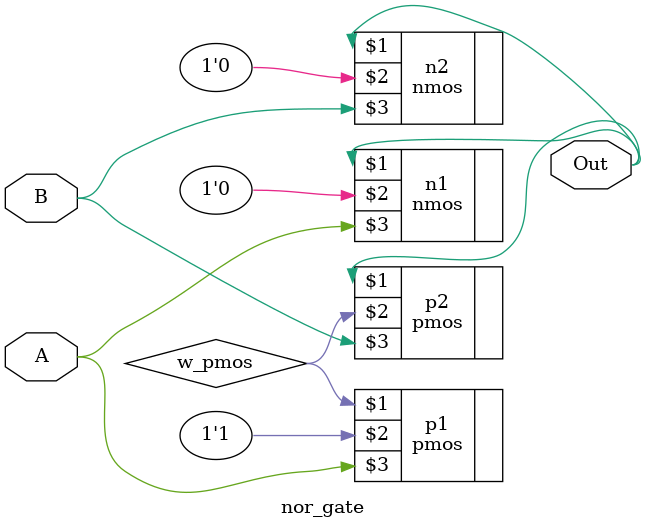
<source format=sv>
module nor_gate (
    input A,      // Input A
    input B,      // Input B
    output Out    // Output of NOR gate
);

    // Internal wires
    wire w_pmos, w_nmos;

    // PMOS devices
    pmos p1(w_pmos, 1'b1, A);  // PMOS with source connected to Vdd
    pmos p2(Out, w_pmos, B);   // PMOS with intermediate wire

    // NMOS devices
    nmos n1(Out, 1'b0, A);     // NMOS with source connected to GND
    nmos n2(Out, 1'b0, B);     // NMOS with source connected to GND

endmodule

</source>
